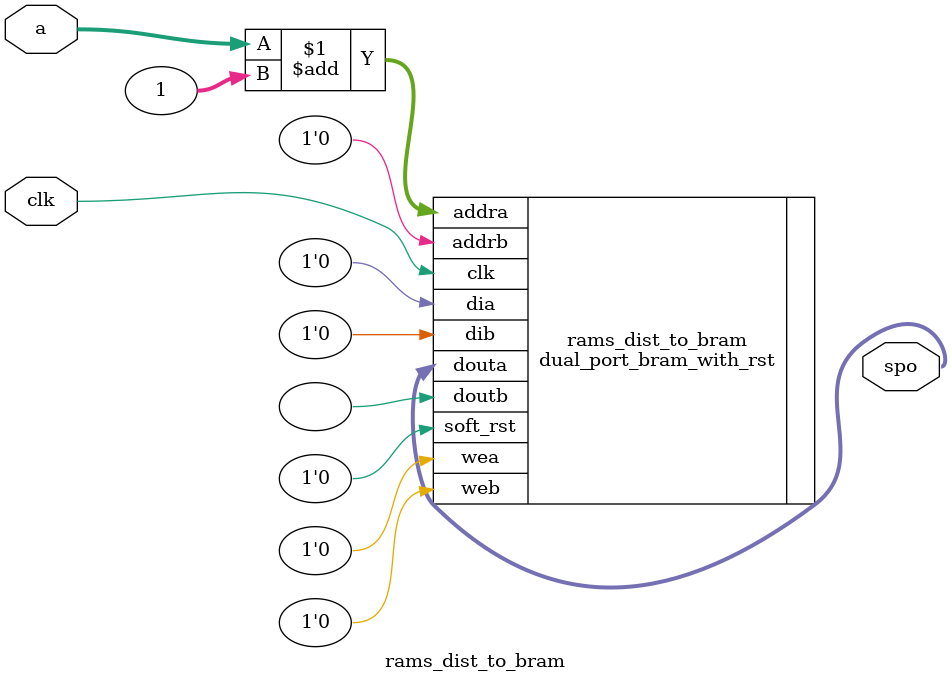
<source format=sv>
`timescale 1ns / 1ps


module rams_dist_to_bram #(
    parameter DATA_WIDTH = 4,
    parameter DATA_DEPTH = 1023,
    parameter INITIAL_MEM_FILE = "NONE"
) (
    input  logic                          clk,
    input  logic [$clog2(DATA_DEPTH)-1:0] a,
    output logic [        DATA_WIDTH-1:0] spo
);


  dual_port_bram_with_rst #(  /*AUTOINSTPARAM*/
      // Parameters
      .DATA_WIDTH      (DATA_WIDTH),
      .READ_HEX        (1),                // monsters  use BIN, map uses HEX lol
      .DATA_DEPTH      (DATA_DEPTH),
      .INITIAL_MEM_FILE(INITIAL_MEM_FILE)
  ) rams_dist_to_bram (  /*AUTOINST*/
      // Outputs
      .douta   (spo),
      .doutb   (),
      // Inputs
      .clk     (clk),
      .soft_rst('0),
      .wea     ('0),
      .web     ('0),
      .addra   (a + 1),
      .addrb   ('0),
      .dia     ('0),
      .dib     ('0)
  );



endmodule

</source>
